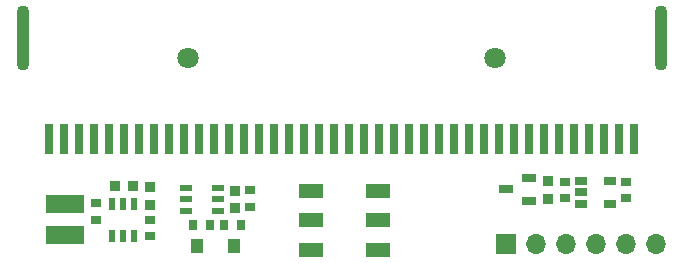
<source format=gts>
%TF.GenerationSoftware,KiCad,Pcbnew,9.0.0*%
%TF.CreationDate,2025-03-31T15:03:09+01:00*%
%TF.ProjectId,vm_jacdaptor_no_swdio_0.1,766d5f6a-6163-4646-9170-746f725f6e6f,v0.1*%
%TF.SameCoordinates,PX58b1140PY3fe56c0*%
%TF.FileFunction,Soldermask,Top*%
%TF.FilePolarity,Negative*%
%FSLAX45Y45*%
G04 Gerber Fmt 4.5, Leading zero omitted, Abs format (unit mm)*
G04 Created by KiCad (PCBNEW 9.0.0) date 2025-03-31 15:03:09*
%MOMM*%
%LPD*%
G01*
G04 APERTURE LIST*
%ADD10R,1.700000X1.700000*%
%ADD11O,1.700000X1.700000*%
%ADD12R,0.860000X0.810000*%
%ADD13R,0.800000X0.900000*%
%ADD14R,1.000000X0.700000*%
%ADD15R,0.900000X0.800000*%
%ADD16R,0.810000X0.860000*%
%ADD17R,3.320000X1.500000*%
%ADD18R,1.100000X0.600000*%
%ADD19R,0.600000X1.100000*%
%ADD20R,2.000000X1.200000*%
%ADD21C,1.800000*%
%ADD22R,0.800000X2.500000*%
%ADD23O,1.100000X5.500000*%
%ADD24R,1.000000X1.200000*%
%ADD25R,1.250000X0.700000*%
G04 APERTURE END LIST*
D10*
%TO.C,J2*%
X1395000Y-920000D03*
D11*
X1649000Y-920000D03*
X1903000Y-920000D03*
X2157000Y-920000D03*
X2411000Y-920000D03*
X2665000Y-920000D03*
%TD*%
D12*
%TO.C,R4*%
X1750000Y-385000D03*
X1750000Y-535000D03*
%TD*%
%TO.C,R1*%
X-1620000Y-585000D03*
X-1620000Y-435000D03*
%TD*%
D13*
%TO.C,C7*%
X-1255000Y-760000D03*
X-1115000Y-760000D03*
%TD*%
D14*
%TO.C,U2*%
X2030000Y-385000D03*
X2030000Y-480000D03*
X2030000Y-575000D03*
X2270000Y-575000D03*
X2270000Y-385000D03*
%TD*%
D15*
%TO.C,C2*%
X-1620000Y-710000D03*
X-1620000Y-850000D03*
%TD*%
D16*
%TO.C,R2*%
X-1765000Y-425000D03*
X-1915000Y-425000D03*
%TD*%
D17*
%TO.C,L1*%
X-2340000Y-577000D03*
X-2340000Y-843000D03*
%TD*%
D15*
%TO.C,C1*%
X-2080000Y-570000D03*
X-2080000Y-710000D03*
%TD*%
%TO.C,C6*%
X1890000Y-390000D03*
X1890000Y-530000D03*
%TD*%
D18*
%TO.C,U3*%
X-1050000Y-635000D03*
X-1050000Y-540000D03*
X-1050000Y-445000D03*
X-1320000Y-445000D03*
X-1320000Y-540000D03*
X-1320000Y-635000D03*
%TD*%
D15*
%TO.C,C5*%
X2410000Y-390000D03*
X2410000Y-530000D03*
%TD*%
D12*
%TO.C,R3*%
X-905000Y-615000D03*
X-905000Y-465000D03*
%TD*%
D13*
%TO.C,C3*%
X-855000Y-760000D03*
X-995000Y-760000D03*
%TD*%
D19*
%TO.C,U1*%
X-1945000Y-845000D03*
X-1850000Y-845000D03*
X-1755000Y-845000D03*
X-1755000Y-575000D03*
X-1850000Y-575000D03*
X-1945000Y-575000D03*
%TD*%
D20*
%TO.C,SW1*%
X-260000Y-964500D03*
X-260000Y-714500D03*
X-260000Y-464500D03*
X310000Y-964500D03*
X310000Y-714500D03*
X310000Y-464500D03*
%TD*%
D21*
%TO.C,J1*%
X-1300000Y660000D03*
X1300000Y660000D03*
D22*
X-2476000Y-26000D03*
X-2349000Y-26000D03*
X-2222000Y-26000D03*
X-2095000Y-26000D03*
X-1968000Y-26000D03*
X-1841000Y-26000D03*
X-1714000Y-26000D03*
X-1587000Y-26000D03*
X-1461000Y-26000D03*
X-1334000Y-26000D03*
X-1206000Y-26000D03*
X-1079000Y-26000D03*
X-952000Y-26000D03*
X-825000Y-26000D03*
X-698000Y-26000D03*
X-571000Y-26000D03*
X-444000Y-26000D03*
X-317000Y-26000D03*
X-190000Y-26000D03*
X-63000Y-26000D03*
X63000Y-26000D03*
X190000Y-26000D03*
X317000Y-26000D03*
X445000Y-26000D03*
X572000Y-26000D03*
X699000Y-26000D03*
X826000Y-26000D03*
X953000Y-26000D03*
X1080000Y-26000D03*
X1207000Y-26000D03*
X1334000Y-26000D03*
X1461000Y-26000D03*
X1588000Y-26000D03*
X1714000Y-26000D03*
X1841000Y-26000D03*
X1969000Y-26000D03*
X2096000Y-26000D03*
X2223000Y-26000D03*
X2350000Y-26000D03*
X2477000Y-26000D03*
D23*
X2700000Y825000D03*
X-2700000Y825000D03*
%TD*%
D15*
%TO.C,C4*%
X-775000Y-460000D03*
X-775000Y-600000D03*
%TD*%
D24*
%TO.C,D2*%
X-915000Y-930000D03*
X-1225000Y-930000D03*
%TD*%
D25*
%TO.C,D1*%
X1590000Y-550000D03*
X1590000Y-360000D03*
X1390000Y-455000D03*
%TD*%
M02*

</source>
